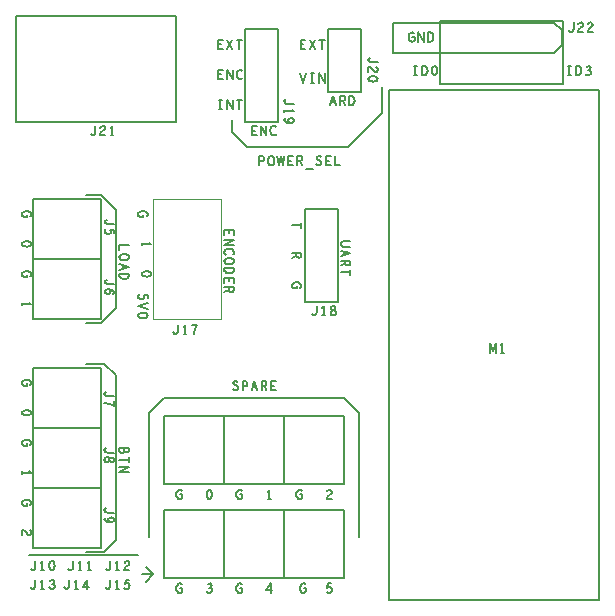
<source format=gto>
G04 ================== begin FILE IDENTIFICATION RECORD ==================*
G04 Layout Name:  E:/Dropbox/Projects/Museum/Bicycle_ver2/allegro/bicycle.brd*
G04 Film Name:    SILK_TOP*
G04 File Format:  Gerber RS274X*
G04 File Origin:  Cadence Allegro 16.6-2015-S061*
G04 Origin Date:  Wed May 31 17:03:46 2017*
G04 *
G04 Layer:  REF DES/SILKSCREEN_TOP*
G04 Layer:  PACKAGE GEOMETRY/SILKSCREEN_TOP*
G04 Layer:  BOARD GEOMETRY/SILKSCREEN_TOP*
G04 *
G04 Offset:    (0.000 0.000)*
G04 Mirror:    No*
G04 Mode:      Positive*
G04 Rotation:  0*
G04 FullContactRelief:  No*
G04 UndefLineWidth:     8.000*
G04 ================== end FILE IDENTIFICATION RECORD ====================*
%FSLAX25Y25*MOIN*%
%IR0*IPPOS*OFA0.00000B0.00000*MIA0B0*SFA1.00000B1.00000*%
%ADD10C,.005*%
%ADD11C,.006*%
%ADD12C,.006102*%
%ADD13C,.004921*%
%ADD14C,.007874*%
G75*
%LPD*%
G75*
G54D10*
G01X-68514Y-80000D02*
X-91348D01*
Y-60000D01*
X-68514D01*
Y-80000D01*
G01Y-60000D02*
X-91348D01*
Y-40000D01*
X-68514D01*
Y-60000D01*
G01Y-40000D02*
X-91348D01*
Y-20000D01*
X-68514D01*
Y-40000D01*
G01Y-3750D02*
X-91348D01*
Y16250D01*
X-68514D01*
Y-3750D01*
G01Y16250D02*
X-91348D01*
Y36250D01*
X-68514D01*
Y16250D01*
G01X-27500Y-67264D02*
Y-90098D01*
X-47500D01*
Y-67264D01*
X-27500D01*
G01Y-36014D02*
Y-58848D01*
X-47500D01*
Y-36014D01*
X-27500D01*
G01X-7500Y-67264D02*
Y-90098D01*
X-27500D01*
Y-67264D01*
X-7500D01*
G01Y-36014D02*
Y-58848D01*
X-27500D01*
Y-36014D01*
X-7500D01*
G01X-9500Y93000D02*
Y62000D01*
X-20500D01*
Y93000D01*
X-9500D01*
G01X12500Y-67264D02*
Y-90098D01*
X-7500D01*
Y-67264D01*
X12500D01*
G01Y-36014D02*
Y-58848D01*
X-7500D01*
Y-36014D01*
X12500D01*
G01X10500Y33000D02*
Y2000D01*
X-500D01*
Y33000D01*
X10500D01*
G01X18000Y93000D02*
Y72000D01*
X7000D01*
Y93000D01*
X18000D01*
G54D11*
G01X-92500Y-82500D02*
X-56250D01*
G01X-73750Y-18750D02*
X-67500D01*
X-63750Y-22500D01*
Y-77500D01*
X-67500Y-81250D01*
X-73750D01*
G01Y37500D02*
X-68750D01*
X-63750Y32500D01*
Y0D01*
X-68750Y-5000D01*
X-73750D01*
G01X-55000Y-88750D02*
X-51250D01*
X-53750Y-86250D01*
G01X-51250Y-88750D02*
X-53750Y-91250D01*
G01X-52500Y-76250D02*
Y-35000D01*
X-47500Y-30000D01*
X12500D01*
X17500Y-35000D01*
Y-76250D01*
G01X-25000Y62500D02*
Y58750D01*
X-20000Y53750D01*
X13750D01*
X25000Y65000D01*
Y73750D01*
G01X27500Y-97500D02*
X97500D01*
Y72500D01*
X27500D01*
Y-97500D01*
G01X35000Y95000D02*
X82500D01*
X85000Y92500D01*
Y87500D01*
X82500Y85000D01*
X28750D01*
Y95000D01*
X35000D01*
G01X44500Y95500D02*
X85500D01*
Y74500D01*
X44500D01*
Y95500D01*
X45000D01*
G54D12*
G01X-92375Y-74183D02*
X-92060Y-74419D01*
X-91903Y-74695D01*
X-91850Y-75010D01*
X-91955Y-75404D01*
X-92218Y-75679D01*
X-92533Y-75758D01*
X-92848Y-75718D01*
X-93110Y-75561D01*
X-93635Y-74774D01*
X-94003Y-74419D01*
X-94528Y-74183D01*
X-95000Y-74104D01*
Y-75758D01*
G01X-93425Y-65167D02*
Y-65955D01*
X-94370D01*
X-94685Y-65718D01*
X-94895Y-65443D01*
X-95000Y-65049D01*
X-94895Y-64656D01*
X-94685Y-64380D01*
X-94370Y-64144D01*
X-94003Y-63986D01*
X-93583Y-63907D01*
X-93215D01*
X-92900Y-63986D01*
X-92533Y-64144D01*
X-92218Y-64380D01*
X-92008Y-64616D01*
X-91850Y-64931D01*
Y-65207D01*
X-91955Y-65522D01*
X-92165Y-65758D01*
G01X-95000Y-54931D02*
X-91850D01*
X-92480Y-54459D01*
G01X-95000D02*
Y-55403D01*
G01X-93425Y-45167D02*
Y-45955D01*
X-94370D01*
X-94685Y-45718D01*
X-94895Y-45443D01*
X-95000Y-45049D01*
X-94895Y-44656D01*
X-94685Y-44380D01*
X-94370Y-44144D01*
X-94003Y-43986D01*
X-93583Y-43907D01*
X-93215D01*
X-92900Y-43986D01*
X-92533Y-44144D01*
X-92218Y-44380D01*
X-92008Y-44616D01*
X-91850Y-44931D01*
Y-45207D01*
X-91955Y-45522D01*
X-92165Y-45758D01*
G01X-91850Y-34931D02*
X-91955Y-34616D01*
X-92218Y-34380D01*
X-92533Y-34222D01*
X-92953Y-34104D01*
X-93425Y-34065D01*
X-93898Y-34104D01*
X-94318Y-34222D01*
X-94633Y-34380D01*
X-94895Y-34616D01*
X-95000Y-34931D01*
X-94895Y-35246D01*
X-94633Y-35482D01*
X-94318Y-35640D01*
X-93898Y-35758D01*
X-93425Y-35797D01*
X-92953Y-35758D01*
X-92533Y-35640D01*
X-92218Y-35482D01*
X-91955Y-35246D01*
X-91850Y-34931D01*
G01X-93425Y-25167D02*
Y-25955D01*
X-94370D01*
X-94685Y-25718D01*
X-94895Y-25443D01*
X-95000Y-25049D01*
X-94895Y-24656D01*
X-94685Y-24380D01*
X-94370Y-24144D01*
X-94003Y-23986D01*
X-93583Y-23907D01*
X-93215D01*
X-92900Y-23986D01*
X-92533Y-24144D01*
X-92218Y-24380D01*
X-92008Y-24616D01*
X-91850Y-24931D01*
Y-25207D01*
X-91955Y-25522D01*
X-92165Y-25758D01*
G01X-95000Y1319D02*
X-91850D01*
X-92480Y1791D01*
G01X-95000D02*
Y846D01*
G01X-93425Y11083D02*
Y10295D01*
X-94370D01*
X-94685Y10532D01*
X-94895Y10807D01*
X-95000Y11201D01*
X-94895Y11594D01*
X-94685Y11870D01*
X-94370Y12106D01*
X-94003Y12264D01*
X-93583Y12343D01*
X-93215D01*
X-92900Y12264D01*
X-92533Y12106D01*
X-92218Y11870D01*
X-92008Y11634D01*
X-91850Y11319D01*
Y11043D01*
X-91955Y10728D01*
X-92165Y10492D01*
G01X-91850Y21319D02*
X-91955Y21634D01*
X-92218Y21870D01*
X-92533Y22028D01*
X-92953Y22146D01*
X-93425Y22185D01*
X-93898Y22146D01*
X-94318Y22028D01*
X-94633Y21870D01*
X-94895Y21634D01*
X-95000Y21319D01*
X-94895Y21004D01*
X-94633Y20768D01*
X-94318Y20610D01*
X-93898Y20492D01*
X-93425Y20453D01*
X-92953Y20492D01*
X-92533Y20610D01*
X-92218Y20768D01*
X-91955Y21004D01*
X-91850Y21319D01*
G01X-93425Y31083D02*
Y30295D01*
X-94370D01*
X-94685Y30532D01*
X-94895Y30807D01*
X-95000Y31201D01*
X-94895Y31594D01*
X-94685Y31870D01*
X-94370Y32106D01*
X-94003Y32264D01*
X-93583Y32343D01*
X-93215D01*
X-92900Y32264D01*
X-92533Y32106D01*
X-92218Y31870D01*
X-92008Y31634D01*
X-91850Y31319D01*
Y31043D01*
X-91955Y30728D01*
X-92165Y30492D01*
G01X-92106Y-93120D02*
X-91909Y-93435D01*
X-91673Y-93645D01*
X-91398Y-93750D01*
X-91083Y-93645D01*
X-90847Y-93435D01*
X-90610Y-93120D01*
X-90532Y-92700D01*
Y-90600D01*
G01X-88150Y-93750D02*
Y-90600D01*
X-88622Y-91230D01*
G01Y-93750D02*
X-87677D01*
G01X-85846Y-93120D02*
X-85610Y-93488D01*
X-85295Y-93698D01*
X-84941Y-93750D01*
X-84626Y-93698D01*
X-84311Y-93435D01*
X-84114Y-93120D01*
X-84075Y-92805D01*
X-84154Y-92438D01*
X-84429Y-92175D01*
X-84705Y-92070D01*
X-85059D01*
G01X-84705D02*
X-84468Y-91913D01*
X-84272Y-91650D01*
X-84193Y-91335D01*
X-84272Y-91020D01*
X-84468Y-90758D01*
X-84823Y-90600D01*
X-85177Y-90653D01*
X-85532Y-90863D01*
G01X-92106Y-86870D02*
X-91909Y-87185D01*
X-91673Y-87395D01*
X-91398Y-87500D01*
X-91083Y-87395D01*
X-90847Y-87185D01*
X-90610Y-86870D01*
X-90532Y-86450D01*
Y-84350D01*
G01X-88150Y-87500D02*
Y-84350D01*
X-88622Y-84980D01*
G01Y-87500D02*
X-87677D01*
G01X-84980Y-84350D02*
X-85295Y-84455D01*
X-85532Y-84718D01*
X-85689Y-85033D01*
X-85807Y-85453D01*
X-85846Y-85925D01*
X-85807Y-86398D01*
X-85689Y-86818D01*
X-85532Y-87133D01*
X-85295Y-87395D01*
X-84980Y-87500D01*
X-84665Y-87395D01*
X-84429Y-87133D01*
X-84272Y-86818D01*
X-84154Y-86398D01*
X-84114Y-85925D01*
X-84154Y-85453D01*
X-84272Y-85033D01*
X-84429Y-84718D01*
X-84665Y-84455D01*
X-84980Y-84350D01*
G01X-80856Y-93120D02*
X-80659Y-93435D01*
X-80423Y-93645D01*
X-80148Y-93750D01*
X-79833Y-93645D01*
X-79596Y-93435D01*
X-79360Y-93120D01*
X-79282Y-92700D01*
Y-90600D01*
G01X-76900Y-93750D02*
Y-90600D01*
X-77372Y-91230D01*
G01Y-93750D02*
X-76427D01*
G01X-73258D02*
Y-90600D01*
X-74715Y-92858D01*
X-72746D01*
G01X-79606Y-86870D02*
X-79409Y-87185D01*
X-79173Y-87395D01*
X-78898Y-87500D01*
X-78583Y-87395D01*
X-78347Y-87185D01*
X-78110Y-86870D01*
X-78032Y-86450D01*
Y-84350D01*
G01X-75650Y-87500D02*
Y-84350D01*
X-76122Y-84980D01*
G01Y-87500D02*
X-75177D01*
G01X-72480D02*
Y-84350D01*
X-72953Y-84980D01*
G01Y-87500D02*
X-72008D01*
G01X-72106Y58130D02*
X-71909Y57815D01*
X-71673Y57605D01*
X-71398Y57500D01*
X-71083Y57605D01*
X-70846Y57815D01*
X-70610Y58130D01*
X-70532Y58550D01*
Y60650D01*
G01X-68898Y60125D02*
X-68661Y60440D01*
X-68386Y60597D01*
X-68071Y60650D01*
X-67677Y60545D01*
X-67402Y60282D01*
X-67323Y59967D01*
X-67362Y59652D01*
X-67520Y59390D01*
X-68307Y58865D01*
X-68661Y58497D01*
X-68898Y57972D01*
X-68976Y57500D01*
X-67323D01*
G01X-64980D02*
Y60650D01*
X-65453Y60020D01*
G01Y57500D02*
X-64508D01*
G01X-67106Y-93120D02*
X-66909Y-93435D01*
X-66673Y-93645D01*
X-66398Y-93750D01*
X-66083Y-93645D01*
X-65847Y-93435D01*
X-65610Y-93120D01*
X-65532Y-92700D01*
Y-90600D01*
G01X-63150Y-93750D02*
Y-90600D01*
X-63622Y-91230D01*
G01Y-93750D02*
X-62677D01*
G01X-60846Y-93278D02*
X-60610Y-93540D01*
X-60335Y-93698D01*
X-59980Y-93750D01*
X-59626Y-93645D01*
X-59350Y-93435D01*
X-59154Y-93068D01*
X-59114Y-92648D01*
X-59193Y-92228D01*
X-59390Y-91965D01*
X-59665Y-91755D01*
X-59941Y-91703D01*
X-60216Y-91755D01*
X-60571Y-91965D01*
X-60453Y-90600D01*
X-59390D01*
G01X-67106Y-86870D02*
X-66909Y-87185D01*
X-66673Y-87395D01*
X-66398Y-87500D01*
X-66083Y-87395D01*
X-65847Y-87185D01*
X-65610Y-86870D01*
X-65532Y-86450D01*
Y-84350D01*
G01X-63150Y-87500D02*
Y-84350D01*
X-63622Y-84980D01*
G01Y-87500D02*
X-62677D01*
G01X-60728Y-84875D02*
X-60492Y-84560D01*
X-60216Y-84403D01*
X-59902Y-84350D01*
X-59508Y-84455D01*
X-59232Y-84718D01*
X-59154Y-85033D01*
X-59193Y-85348D01*
X-59350Y-85610D01*
X-60138Y-86135D01*
X-60492Y-86503D01*
X-60728Y-87028D01*
X-60807Y-87500D01*
X-59154D01*
G01X-66870Y-66644D02*
X-67185Y-66841D01*
X-67395Y-67077D01*
X-67500Y-67352D01*
X-67395Y-67667D01*
X-67185Y-67904D01*
X-66870Y-68140D01*
X-66450Y-68218D01*
X-64350D01*
G01X-67133Y-69931D02*
X-67395Y-70207D01*
X-67500Y-70522D01*
X-67395Y-70837D01*
X-67080Y-71112D01*
X-66608Y-71309D01*
X-66135Y-71388D01*
X-65558D01*
X-65085Y-71309D01*
X-64665Y-71112D01*
X-64455Y-70876D01*
X-64350Y-70600D01*
X-64455Y-70285D01*
X-64665Y-70049D01*
X-64980Y-69892D01*
X-65400Y-69813D01*
X-65768Y-69892D01*
X-66135Y-70089D01*
X-66345Y-70325D01*
X-66398Y-70600D01*
X-66293Y-70915D01*
X-66030Y-71152D01*
X-65558Y-71388D01*
G01X-66870Y-46644D02*
X-67185Y-46841D01*
X-67395Y-47077D01*
X-67500Y-47352D01*
X-67395Y-47667D01*
X-67185Y-47904D01*
X-66870Y-48140D01*
X-66450Y-48218D01*
X-64350D01*
G01X-67500Y-50600D02*
X-67448Y-50876D01*
X-67290Y-51191D01*
X-67028Y-51388D01*
X-66660Y-51466D01*
X-66293Y-51388D01*
X-65978Y-51152D01*
X-65820Y-50797D01*
Y-50404D01*
X-65715Y-50167D01*
X-65453Y-49970D01*
X-65085Y-49892D01*
X-64718Y-50010D01*
X-64455Y-50285D01*
X-64350Y-50600D01*
X-64455Y-50915D01*
X-64718Y-51191D01*
X-65085Y-51309D01*
X-65453Y-51230D01*
X-65715Y-51034D01*
X-65820Y-50797D01*
Y-50404D01*
X-65978Y-50049D01*
X-66293Y-49813D01*
X-66660Y-49734D01*
X-67028Y-49813D01*
X-67290Y-50010D01*
X-67448Y-50325D01*
X-67500Y-50600D01*
G01X-66870Y-27894D02*
X-67185Y-28091D01*
X-67395Y-28327D01*
X-67500Y-28602D01*
X-67395Y-28917D01*
X-67185Y-29154D01*
X-66870Y-29390D01*
X-66450Y-29469D01*
X-64350D01*
G01X-67500Y-31772D02*
X-66818Y-31850D01*
X-66240Y-31968D01*
X-65715Y-32126D01*
X-65138Y-32323D01*
X-64350Y-32638D01*
Y-31063D01*
G01X-66787Y9406D02*
X-67102Y9209D01*
X-67312Y8973D01*
X-67416Y8698D01*
X-67312Y8383D01*
X-67102Y8147D01*
X-66787Y7910D01*
X-66367Y7832D01*
X-64267D01*
G01X-66104Y6198D02*
X-65737Y5922D01*
X-65527Y5686D01*
X-65422Y5371D01*
X-65527Y5095D01*
X-65737Y4898D01*
X-66052Y4741D01*
X-66419Y4702D01*
X-66734Y4741D01*
X-67049Y4898D01*
X-67312Y5135D01*
X-67416Y5410D01*
X-67312Y5725D01*
X-66997Y6001D01*
X-66524Y6158D01*
X-65999Y6198D01*
X-65317Y6119D01*
X-64949Y6001D01*
X-64582Y5804D01*
X-64319Y5528D01*
X-64267Y5253D01*
X-64372Y4977D01*
X-64634Y4780D01*
G01X-66787Y29406D02*
X-67102Y29209D01*
X-67312Y28973D01*
X-67416Y28698D01*
X-67312Y28383D01*
X-67102Y28146D01*
X-66787Y27910D01*
X-66367Y27831D01*
X-64267D01*
G01X-66944Y26316D02*
X-67207Y26080D01*
X-67364Y25804D01*
X-67416Y25450D01*
X-67312Y25095D01*
X-67102Y24820D01*
X-66734Y24623D01*
X-66314Y24584D01*
X-65894Y24662D01*
X-65632Y24859D01*
X-65422Y25135D01*
X-65369Y25410D01*
X-65422Y25686D01*
X-65632Y26040D01*
X-64267Y25922D01*
Y24859D01*
G01X-60820Y-47746D02*
X-60663Y-47904D01*
X-60400Y-48022D01*
X-60033Y-48100D01*
X-59718Y-48022D01*
X-59508Y-47864D01*
X-59350Y-47589D01*
Y-46526D01*
X-62500D01*
Y-47825D01*
X-62290Y-48100D01*
X-61975Y-48258D01*
X-61608Y-48337D01*
X-61240Y-48258D01*
X-60925Y-48022D01*
X-60820Y-47746D01*
Y-46526D01*
G01X-59350Y-50600D02*
X-62500D01*
G01X-59350Y-49695D02*
Y-51506D01*
G01X-62500Y-52864D02*
X-59350D01*
X-62500Y-54675D01*
X-59350D01*
G01X-55778Y4685D02*
X-56040Y4449D01*
X-56198Y4173D01*
X-56250Y3819D01*
X-56145Y3464D01*
X-55935Y3189D01*
X-55568Y2992D01*
X-55148Y2953D01*
X-54728Y3032D01*
X-54465Y3228D01*
X-54255Y3504D01*
X-54203Y3780D01*
X-54255Y4055D01*
X-54465Y4409D01*
X-53100Y4291D01*
Y3228D01*
G01Y1634D02*
X-56250Y650D01*
X-53100Y-335D01*
G01Y-2520D02*
X-53205Y-2205D01*
X-53468Y-1968D01*
X-53783Y-1811D01*
X-54203Y-1693D01*
X-54675Y-1654D01*
X-55148Y-1693D01*
X-55568Y-1811D01*
X-55883Y-1968D01*
X-56145Y-2205D01*
X-56250Y-2520D01*
X-56145Y-2835D01*
X-55883Y-3071D01*
X-55568Y-3228D01*
X-55148Y-3346D01*
X-54675Y-3386D01*
X-54203Y-3346D01*
X-53783Y-3228D01*
X-53468Y-3071D01*
X-53205Y-2835D01*
X-53100Y-2520D01*
G01X-59350Y20856D02*
X-62500D01*
Y19282D01*
G01Y16900D02*
X-62448Y17215D01*
X-62238Y17490D01*
X-61923Y17726D01*
X-61555Y17884D01*
X-61135Y17963D01*
X-60715D01*
X-60295Y17884D01*
X-59928Y17726D01*
X-59613Y17490D01*
X-59403Y17215D01*
X-59350Y16900D01*
X-59403Y16585D01*
X-59613Y16309D01*
X-59928Y16073D01*
X-60295Y15915D01*
X-60715Y15837D01*
X-61135D01*
X-61555Y15915D01*
X-61923Y16073D01*
X-62238Y16309D01*
X-62448Y16585D01*
X-62500Y16900D01*
G01Y14715D02*
X-59350Y13730D01*
X-62500Y12746D01*
G01X-61398Y13100D02*
Y14360D01*
G01X-62500Y11427D02*
X-59350D01*
Y10640D01*
X-59508Y10325D01*
X-59718Y10089D01*
X-60033Y9892D01*
X-60400Y9734D01*
X-60925Y9695D01*
X-61450Y9734D01*
X-61818Y9892D01*
X-62133Y10089D01*
X-62343Y10325D01*
X-62500Y10640D01*
Y11427D01*
G01X-54675Y31083D02*
Y30295D01*
X-55620D01*
X-55935Y30532D01*
X-56145Y30807D01*
X-56250Y31201D01*
X-56145Y31594D01*
X-55935Y31870D01*
X-55620Y32106D01*
X-55253Y32264D01*
X-54833Y32343D01*
X-54465D01*
X-54150Y32264D01*
X-53783Y32106D01*
X-53468Y31870D01*
X-53258Y31634D01*
X-53100Y31319D01*
Y31043D01*
X-53205Y30728D01*
X-53415Y30492D01*
G01X-51850Y11319D02*
X-51955Y11634D01*
X-52218Y11870D01*
X-52533Y12028D01*
X-52953Y12146D01*
X-53425Y12185D01*
X-53898Y12146D01*
X-54318Y12028D01*
X-54633Y11870D01*
X-54895Y11634D01*
X-55000Y11319D01*
X-54895Y11004D01*
X-54633Y10768D01*
X-54318Y10610D01*
X-53898Y10492D01*
X-53425Y10453D01*
X-52953Y10492D01*
X-52533Y10610D01*
X-52218Y10768D01*
X-51955Y11004D01*
X-51850Y11319D01*
G01X-55000Y21319D02*
X-51850D01*
X-52480Y21791D01*
G01X-55000D02*
Y20846D01*
G01X-42333Y-93425D02*
X-41545D01*
Y-94370D01*
X-41782Y-94685D01*
X-42057Y-94895D01*
X-42451Y-95000D01*
X-42844Y-94895D01*
X-43120Y-94685D01*
X-43356Y-94370D01*
X-43514Y-94003D01*
X-43593Y-93583D01*
Y-93215D01*
X-43514Y-92900D01*
X-43356Y-92533D01*
X-43120Y-92218D01*
X-42884Y-92008D01*
X-42569Y-91850D01*
X-42293D01*
X-41978Y-91955D01*
X-41742Y-92165D01*
G01X-42333Y-62175D02*
X-41545D01*
Y-63120D01*
X-41782Y-63435D01*
X-42057Y-63645D01*
X-42451Y-63750D01*
X-42844Y-63645D01*
X-43120Y-63435D01*
X-43356Y-63120D01*
X-43514Y-62753D01*
X-43593Y-62333D01*
Y-61965D01*
X-43514Y-61650D01*
X-43356Y-61283D01*
X-43120Y-60968D01*
X-42884Y-60758D01*
X-42569Y-60600D01*
X-42293D01*
X-41978Y-60705D01*
X-41742Y-60915D01*
G01X-44606Y-8120D02*
X-44409Y-8435D01*
X-44173Y-8645D01*
X-43898Y-8750D01*
X-43583Y-8645D01*
X-43346Y-8435D01*
X-43110Y-8120D01*
X-43032Y-7700D01*
Y-5600D01*
G01X-40650Y-8750D02*
Y-5600D01*
X-41122Y-6230D01*
G01Y-8750D02*
X-40177D01*
G01X-37559D02*
X-37480Y-8068D01*
X-37362Y-7490D01*
X-37205Y-6965D01*
X-37008Y-6388D01*
X-36693Y-5600D01*
X-38268D01*
G01X-33435Y-94370D02*
X-33199Y-94738D01*
X-32884Y-94948D01*
X-32530Y-95000D01*
X-32214Y-94948D01*
X-31900Y-94685D01*
X-31703Y-94370D01*
X-31663Y-94055D01*
X-31742Y-93688D01*
X-32018Y-93425D01*
X-32293Y-93320D01*
X-32648D01*
G01X-32293D02*
X-32057Y-93163D01*
X-31860Y-92900D01*
X-31782Y-92585D01*
X-31860Y-92270D01*
X-32057Y-92008D01*
X-32411Y-91850D01*
X-32766Y-91903D01*
X-33120Y-92113D01*
G01X-32569Y-60600D02*
X-32884Y-60705D01*
X-33120Y-60968D01*
X-33278Y-61283D01*
X-33396Y-61703D01*
X-33435Y-62175D01*
X-33396Y-62648D01*
X-33278Y-63068D01*
X-33120Y-63383D01*
X-32884Y-63645D01*
X-32569Y-63750D01*
X-32254Y-63645D01*
X-32018Y-63383D01*
X-31860Y-63068D01*
X-31742Y-62648D01*
X-31703Y-62175D01*
X-31742Y-61703D01*
X-31860Y-61283D01*
X-32018Y-60968D01*
X-32254Y-60705D01*
X-32569Y-60600D01*
G01X-27500Y24282D02*
Y25856D01*
X-24350D01*
Y24282D01*
G01X-25873Y24911D02*
Y25856D01*
G01X-27500Y22805D02*
X-24350D01*
X-27500Y20994D01*
X-24350D01*
G01X-24613Y17864D02*
X-24455Y18100D01*
X-24350Y18376D01*
Y18691D01*
X-24508Y19045D01*
X-24770Y19321D01*
X-25085Y19518D01*
X-25610Y19675D01*
X-26083Y19715D01*
X-26555Y19636D01*
X-26870Y19518D01*
X-27185Y19282D01*
X-27395Y19006D01*
X-27500Y18730D01*
Y18455D01*
X-27395Y18179D01*
X-27238Y17943D01*
X-27028Y17746D01*
G01X-27500Y15561D02*
X-27448Y15876D01*
X-27238Y16152D01*
X-26923Y16388D01*
X-26555Y16545D01*
X-26135Y16624D01*
X-25715D01*
X-25295Y16545D01*
X-24928Y16388D01*
X-24613Y16152D01*
X-24403Y15876D01*
X-24350Y15561D01*
X-24403Y15246D01*
X-24613Y14970D01*
X-24928Y14734D01*
X-25295Y14577D01*
X-25715Y14498D01*
X-26135D01*
X-26555Y14577D01*
X-26923Y14734D01*
X-27238Y14970D01*
X-27448Y15246D01*
X-27500Y15561D01*
G01Y13258D02*
X-24350D01*
Y12470D01*
X-24508Y12156D01*
X-24718Y11919D01*
X-25033Y11722D01*
X-25400Y11565D01*
X-25925Y11526D01*
X-26450Y11565D01*
X-26818Y11722D01*
X-27133Y11919D01*
X-27343Y12156D01*
X-27500Y12470D01*
Y13258D01*
G01Y8435D02*
Y10010D01*
X-24350D01*
Y8435D01*
G01X-25873Y9065D02*
Y10010D01*
G01X-27500Y6841D02*
X-24350D01*
Y5856D01*
X-24508Y5541D01*
X-24718Y5344D01*
X-25138Y5266D01*
X-25558Y5344D01*
X-25820Y5581D01*
X-25978Y5856D01*
Y6841D01*
G01Y5856D02*
X-27500Y5266D01*
G01X-29291Y69400D02*
X-28346D01*
G01X-28819D02*
Y66250D01*
G01X-29291D02*
X-28346D01*
G01X-26555D02*
Y69400D01*
X-24744Y66250D01*
Y69400D01*
G01X-22480D02*
Y66250D01*
G01X-23386Y69400D02*
X-21575D01*
G01X-28031Y76250D02*
X-29606D01*
Y79400D01*
X-28031D01*
G01X-28661Y77877D02*
X-29606D01*
G01X-26555Y76250D02*
Y79400D01*
X-24744Y76250D01*
Y79400D01*
G01X-21614Y79137D02*
X-21850Y79295D01*
X-22126Y79400D01*
X-22441D01*
X-22795Y79242D01*
X-23071Y78980D01*
X-23268Y78665D01*
X-23425Y78140D01*
X-23465Y77667D01*
X-23386Y77195D01*
X-23268Y76880D01*
X-23032Y76565D01*
X-22756Y76355D01*
X-22480Y76250D01*
X-22205D01*
X-21929Y76355D01*
X-21693Y76512D01*
X-21496Y76722D01*
G01X-28031Y86250D02*
X-29606D01*
Y89400D01*
X-28031D01*
G01X-28661Y87877D02*
X-29606D01*
G01X-26476Y86250D02*
X-24823Y89400D01*
G01X-26476D02*
X-24823Y86250D01*
G01X-22480Y89400D02*
Y86250D01*
G01X-23386Y89400D02*
X-21575D01*
G01X-22333Y-93425D02*
X-21545D01*
Y-94370D01*
X-21782Y-94685D01*
X-22057Y-94895D01*
X-22451Y-95000D01*
X-22844Y-94895D01*
X-23120Y-94685D01*
X-23356Y-94370D01*
X-23514Y-94003D01*
X-23593Y-93583D01*
Y-93215D01*
X-23514Y-92900D01*
X-23356Y-92533D01*
X-23120Y-92218D01*
X-22884Y-92008D01*
X-22569Y-91850D01*
X-22293D01*
X-21978Y-91955D01*
X-21742Y-92165D01*
G01X-22333Y-62175D02*
X-21545D01*
Y-63120D01*
X-21782Y-63435D01*
X-22057Y-63645D01*
X-22451Y-63750D01*
X-22844Y-63645D01*
X-23120Y-63435D01*
X-23356Y-63120D01*
X-23514Y-62753D01*
X-23593Y-62333D01*
Y-61965D01*
X-23514Y-61650D01*
X-23356Y-61283D01*
X-23120Y-60968D01*
X-22884Y-60758D01*
X-22569Y-60600D01*
X-22293D01*
X-21978Y-60705D01*
X-21742Y-60915D01*
G01X-24646Y-27080D02*
X-24331Y-27343D01*
X-23976Y-27500D01*
X-23661D01*
X-23346Y-27343D01*
X-23110Y-27080D01*
X-22992Y-26713D01*
X-23071Y-26345D01*
X-23268Y-26030D01*
X-23622Y-25820D01*
X-24094Y-25715D01*
X-24370Y-25505D01*
X-24488Y-25138D01*
X-24409Y-24770D01*
X-24213Y-24508D01*
X-23937Y-24350D01*
X-23661D01*
X-23386Y-24455D01*
X-23150Y-24718D01*
G01X-21437Y-27500D02*
Y-24350D01*
X-20492D01*
X-20177Y-24508D01*
X-19941Y-24875D01*
X-19862Y-25295D01*
X-19941Y-25715D01*
X-20138Y-26030D01*
X-20492Y-26188D01*
X-21437D01*
G01X-18465Y-27500D02*
X-17480Y-24350D01*
X-16496Y-27500D01*
G01X-16850Y-26398D02*
X-18110D01*
G01X-15098Y-27500D02*
Y-24350D01*
X-14114D01*
X-13799Y-24508D01*
X-13602Y-24718D01*
X-13524Y-25138D01*
X-13602Y-25558D01*
X-13839Y-25820D01*
X-14114Y-25978D01*
X-15098D01*
G01X-14114D02*
X-13524Y-27500D01*
G01X-10354D02*
X-11929D01*
Y-24350D01*
X-10354D01*
G01X-10984Y-25873D02*
X-11929D01*
G01X-16782Y57500D02*
X-18356D01*
Y60650D01*
X-16782D01*
G01X-17411Y59127D02*
X-18356D01*
G01X-15305Y57500D02*
Y60650D01*
X-13494Y57500D01*
Y60650D01*
G01X-10364Y60387D02*
X-10600Y60545D01*
X-10876Y60650D01*
X-11191D01*
X-11545Y60492D01*
X-11821Y60230D01*
X-12018Y59915D01*
X-12175Y59390D01*
X-12215Y58917D01*
X-12136Y58445D01*
X-12018Y58130D01*
X-11782Y57815D01*
X-11506Y57605D01*
X-11230Y57500D01*
X-10955D01*
X-10679Y57605D01*
X-10443Y57762D01*
X-10246Y57972D01*
G01X-12096Y-95000D02*
Y-91850D01*
X-13553Y-94108D01*
X-11585D01*
G01X-12569Y-63750D02*
Y-60600D01*
X-13041Y-61230D01*
G01Y-63750D02*
X-12096D01*
G01X-15856Y47500D02*
Y50650D01*
X-14911D01*
X-14597Y50492D01*
X-14360Y50125D01*
X-14282Y49705D01*
X-14360Y49285D01*
X-14557Y48970D01*
X-14911Y48812D01*
X-15856D01*
G01X-11900Y47500D02*
X-12215Y47552D01*
X-12490Y47762D01*
X-12726Y48077D01*
X-12884Y48445D01*
X-12963Y48865D01*
Y49285D01*
X-12884Y49705D01*
X-12726Y50072D01*
X-12490Y50387D01*
X-12215Y50597D01*
X-11900Y50650D01*
X-11585Y50597D01*
X-11309Y50387D01*
X-11073Y50072D01*
X-10915Y49705D01*
X-10837Y49285D01*
Y48865D01*
X-10915Y48445D01*
X-11073Y48077D01*
X-11309Y47762D01*
X-11585Y47552D01*
X-11900Y47500D01*
G01X-9911Y50650D02*
X-9360Y47500D01*
X-8730Y50650D01*
X-8100Y47500D01*
X-7549Y50650D01*
G01X-4774Y47500D02*
X-6348D01*
Y50650D01*
X-4774D01*
G01X-5404Y49127D02*
X-6348D01*
G01X-3179Y47500D02*
Y50650D01*
X-2195D01*
X-1880Y50492D01*
X-1683Y50282D01*
X-1604Y49862D01*
X-1683Y49442D01*
X-1919Y49180D01*
X-2195Y49022D01*
X-3179D01*
G01X-2195D02*
X-1604Y47500D01*
G01X-404Y46450D02*
X1959D01*
G01X3120Y47920D02*
X3435Y47657D01*
X3789Y47500D01*
X4104D01*
X4419Y47657D01*
X4656Y47920D01*
X4774Y48287D01*
X4695Y48655D01*
X4498Y48970D01*
X4144Y49180D01*
X3671Y49285D01*
X3396Y49495D01*
X3278Y49862D01*
X3356Y50230D01*
X3553Y50492D01*
X3829Y50650D01*
X4104D01*
X4380Y50545D01*
X4616Y50282D01*
G01X7904Y47500D02*
X6329D01*
Y50650D01*
X7904D01*
G01X7274Y49127D02*
X6329D01*
G01X9498Y50650D02*
Y47500D01*
X11073D01*
G01X-2333Y-62175D02*
X-1545D01*
Y-63120D01*
X-1782Y-63435D01*
X-2057Y-63645D01*
X-2451Y-63750D01*
X-2844Y-63645D01*
X-3120Y-63435D01*
X-3356Y-63120D01*
X-3514Y-62753D01*
X-3593Y-62333D01*
Y-61965D01*
X-3514Y-61650D01*
X-3356Y-61283D01*
X-3120Y-60968D01*
X-2884Y-60758D01*
X-2569Y-60600D01*
X-2293D01*
X-1978Y-60705D01*
X-1742Y-60915D01*
G01X-3425Y7333D02*
Y6545D01*
X-4370D01*
X-4685Y6782D01*
X-4895Y7057D01*
X-5000Y7451D01*
X-4895Y7844D01*
X-4685Y8120D01*
X-4370Y8356D01*
X-4003Y8514D01*
X-3583Y8593D01*
X-3215D01*
X-2900Y8514D01*
X-2533Y8356D01*
X-2218Y8120D01*
X-2008Y7884D01*
X-1850Y7569D01*
Y7293D01*
X-1955Y6978D01*
X-2165Y6742D01*
G01X-5000Y18356D02*
X-1850D01*
Y17372D01*
X-2008Y17057D01*
X-2218Y16860D01*
X-2638Y16782D01*
X-3058Y16860D01*
X-3320Y17096D01*
X-3478Y17372D01*
Y18356D01*
G01Y17372D02*
X-5000Y16782D01*
G01X-1850Y27569D02*
X-5000D01*
G01X-1850Y28474D02*
Y26663D01*
G01X-6870Y69606D02*
X-7185Y69409D01*
X-7395Y69173D01*
X-7500Y68898D01*
X-7395Y68583D01*
X-7185Y68347D01*
X-6870Y68110D01*
X-6450Y68032D01*
X-4350D01*
G01X-7500Y65650D02*
X-4350D01*
X-4980Y66122D01*
G01X-7500D02*
Y65177D01*
G01X-7133Y63150D02*
X-7395Y62874D01*
X-7500Y62559D01*
X-7395Y62244D01*
X-7080Y61968D01*
X-6608Y61772D01*
X-6135Y61693D01*
X-5558D01*
X-5085Y61772D01*
X-4665Y61968D01*
X-4455Y62205D01*
X-4350Y62480D01*
X-4455Y62795D01*
X-4665Y63032D01*
X-4980Y63189D01*
X-5400Y63268D01*
X-5768Y63189D01*
X-6135Y62992D01*
X-6345Y62756D01*
X-6398Y62480D01*
X-6293Y62165D01*
X-6030Y61929D01*
X-5558Y61693D01*
G01X-1083Y-93425D02*
X-295D01*
Y-94370D01*
X-532Y-94685D01*
X-807Y-94895D01*
X-1201Y-95000D01*
X-1594Y-94895D01*
X-1870Y-94685D01*
X-2106Y-94370D01*
X-2264Y-94003D01*
X-2343Y-93583D01*
Y-93215D01*
X-2264Y-92900D01*
X-2106Y-92533D01*
X-1870Y-92218D01*
X-1634Y-92008D01*
X-1319Y-91850D01*
X-1043D01*
X-728Y-91955D01*
X-492Y-92165D01*
G01X1644Y-1870D02*
X1841Y-2185D01*
X2077Y-2395D01*
X2352Y-2500D01*
X2667Y-2395D01*
X2904Y-2185D01*
X3140Y-1870D01*
X3219Y-1450D01*
Y650D01*
G01X5600Y-2500D02*
Y650D01*
X5128Y20D01*
G01Y-2500D02*
X6073D01*
G01X8770D02*
X9045Y-2448D01*
X9360Y-2290D01*
X9557Y-2028D01*
X9636Y-1660D01*
X9557Y-1293D01*
X9321Y-978D01*
X8966Y-820D01*
X8573D01*
X8337Y-715D01*
X8140Y-453D01*
X8061Y-85D01*
X8179Y282D01*
X8455Y545D01*
X8770Y650D01*
X9085Y545D01*
X9360Y282D01*
X9478Y-85D01*
X9400Y-453D01*
X9203Y-715D01*
X8966Y-820D01*
X8573D01*
X8218Y-978D01*
X7982Y-1293D01*
X7904Y-1660D01*
X7982Y-2028D01*
X8179Y-2290D01*
X8494Y-2448D01*
X8770Y-2500D01*
G01X-2303Y78150D02*
X-1319Y75000D01*
X-335Y78150D01*
G01X1378D02*
X2323D01*
G01X1850D02*
Y75000D01*
G01X1378D02*
X2323D01*
G01X4114D02*
Y78150D01*
X5925Y75000D01*
Y78150D01*
G01X-532Y86250D02*
X-2106D01*
Y89400D01*
X-532D01*
G01X-1161Y87877D02*
X-2106D01*
G01X1024Y86250D02*
X2677Y89400D01*
G01X1024D02*
X2677Y86250D01*
G01X5020Y89400D02*
Y86250D01*
G01X4114Y89400D02*
X5925D01*
G01X6565Y-94528D02*
X6801Y-94790D01*
X7077Y-94948D01*
X7431Y-95000D01*
X7786Y-94895D01*
X8061Y-94685D01*
X8258Y-94318D01*
X8297Y-93898D01*
X8218Y-93478D01*
X8022Y-93215D01*
X7746Y-93005D01*
X7470Y-92953D01*
X7195Y-93005D01*
X6841Y-93215D01*
X6959Y-91850D01*
X8022D01*
G01X6683Y-61125D02*
X6919Y-60810D01*
X7195Y-60653D01*
X7510Y-60600D01*
X7903Y-60705D01*
X8179Y-60968D01*
X8258Y-61283D01*
X8218Y-61598D01*
X8061Y-61860D01*
X7274Y-62385D01*
X6919Y-62753D01*
X6683Y-63278D01*
X6604Y-63750D01*
X8258D01*
G01X14400Y22185D02*
X12142D01*
X11670Y22028D01*
X11355Y21713D01*
X11250Y21319D01*
X11355Y20925D01*
X11670Y20610D01*
X12142Y20453D01*
X14400D01*
G01X11250Y19134D02*
X14400Y18150D01*
X11250Y17165D01*
G01X12352Y17520D02*
Y18780D01*
G01X11250Y15768D02*
X14400D01*
Y14784D01*
X14242Y14468D01*
X14032Y14272D01*
X13612Y14193D01*
X13192Y14272D01*
X12930Y14508D01*
X12772Y14784D01*
Y15768D01*
G01Y14784D02*
X11250Y14193D01*
G01X14400Y11811D02*
X11250D01*
G01X14400Y12716D02*
Y10906D01*
G01X7697Y67500D02*
X8681Y70650D01*
X9665Y67500D01*
G01X9311Y68602D02*
X8051D01*
G01X11063Y67500D02*
Y70650D01*
X12047D01*
X12362Y70492D01*
X12559Y70282D01*
X12638Y69862D01*
X12559Y69442D01*
X12323Y69180D01*
X12047Y69022D01*
X11063D01*
G01X12047D02*
X12638Y67500D01*
G01X14154D02*
Y70650D01*
X14941D01*
X15256Y70492D01*
X15492Y70282D01*
X15689Y69967D01*
X15846Y69600D01*
X15886Y69075D01*
X15846Y68550D01*
X15689Y68182D01*
X15492Y67867D01*
X15256Y67657D01*
X14941Y67500D01*
X14154D01*
G01X21063Y83456D02*
X20748Y83259D01*
X20538Y83023D01*
X20433Y82748D01*
X20538Y82433D01*
X20748Y82196D01*
X21063Y81960D01*
X21483Y81882D01*
X23583D01*
G01X23058Y80248D02*
X23373Y80011D01*
X23530Y79736D01*
X23583Y79421D01*
X23478Y79027D01*
X23215Y78752D01*
X22900Y78673D01*
X22585Y78712D01*
X22323Y78870D01*
X21798Y79657D01*
X21430Y80011D01*
X20905Y80248D01*
X20433Y80326D01*
Y78673D01*
G01X23583Y76330D02*
X23478Y76645D01*
X23215Y76882D01*
X22900Y77039D01*
X22480Y77157D01*
X22008Y77196D01*
X21535Y77157D01*
X21115Y77039D01*
X20800Y76882D01*
X20538Y76645D01*
X20433Y76330D01*
X20538Y76015D01*
X20800Y75779D01*
X21115Y75622D01*
X21535Y75504D01*
X22008Y75464D01*
X22480Y75504D01*
X22900Y75622D01*
X23215Y75779D01*
X23478Y76015D01*
X23583Y76330D01*
G01X35709Y80650D02*
X36654D01*
G01X36181D02*
Y77500D01*
G01X35709D02*
X36654D01*
G01X38484D02*
Y80650D01*
X39272D01*
X39587Y80492D01*
X39823Y80282D01*
X40020Y79967D01*
X40177Y79600D01*
X40217Y79075D01*
X40177Y78550D01*
X40020Y78182D01*
X39823Y77867D01*
X39587Y77657D01*
X39272Y77500D01*
X38484D01*
G01X42520Y80650D02*
X42205Y80545D01*
X41968Y80282D01*
X41811Y79967D01*
X41693Y79547D01*
X41654Y79075D01*
X41693Y78602D01*
X41811Y78182D01*
X41968Y77867D01*
X42205Y77605D01*
X42520Y77500D01*
X42835Y77605D01*
X43071Y77867D01*
X43228Y78182D01*
X43346Y78602D01*
X43386Y79075D01*
X43346Y79547D01*
X43228Y79967D01*
X43071Y80282D01*
X42835Y80545D01*
X42520Y80650D01*
G01X35167Y90325D02*
X35955D01*
Y89380D01*
X35718Y89065D01*
X35443Y88855D01*
X35049Y88750D01*
X34656Y88855D01*
X34380Y89065D01*
X34144Y89380D01*
X33986Y89747D01*
X33907Y90167D01*
Y90535D01*
X33986Y90850D01*
X34144Y91217D01*
X34380Y91532D01*
X34616Y91742D01*
X34931Y91900D01*
X35207D01*
X35522Y91795D01*
X35758Y91585D01*
G01X37195Y88750D02*
Y91900D01*
X39006Y88750D01*
Y91900D01*
G01X40404Y88750D02*
Y91900D01*
X41191D01*
X41506Y91742D01*
X41742Y91532D01*
X41939Y91217D01*
X42096Y90850D01*
X42136Y90325D01*
X42096Y89800D01*
X41939Y89432D01*
X41742Y89117D01*
X41506Y88907D01*
X41191Y88750D01*
X40404D01*
G01X60907Y-15000D02*
Y-11850D01*
X61931Y-14475D01*
X62955Y-11850D01*
Y-15000D01*
G01X65100D02*
Y-11850D01*
X64628Y-12480D01*
G01Y-15000D02*
X65573D01*
G01X86959Y80650D02*
X87904D01*
G01X87431D02*
Y77500D01*
G01X86959D02*
X87904D01*
G01X89734D02*
Y80650D01*
X90522D01*
X90837Y80492D01*
X91073Y80282D01*
X91270Y79967D01*
X91427Y79600D01*
X91466Y79075D01*
X91427Y78550D01*
X91270Y78182D01*
X91073Y77867D01*
X90837Y77657D01*
X90522Y77500D01*
X89734D01*
G01X92904Y78130D02*
X93140Y77762D01*
X93455Y77552D01*
X93809Y77500D01*
X94124Y77552D01*
X94439Y77815D01*
X94636Y78130D01*
X94675Y78445D01*
X94596Y78812D01*
X94321Y79075D01*
X94045Y79180D01*
X93691D01*
G01X94045D02*
X94282Y79337D01*
X94478Y79600D01*
X94557Y79915D01*
X94478Y80230D01*
X94282Y80492D01*
X93927Y80650D01*
X93573Y80597D01*
X93218Y80387D01*
G01X87293Y92630D02*
X87490Y92315D01*
X87726Y92105D01*
X88002Y92000D01*
X88317Y92105D01*
X88553Y92315D01*
X88789Y92630D01*
X88868Y93050D01*
Y95150D01*
G01X90502Y94625D02*
X90738Y94940D01*
X91014Y95097D01*
X91329Y95150D01*
X91722Y95045D01*
X91998Y94782D01*
X92077Y94467D01*
X92037Y94152D01*
X91880Y93890D01*
X91092Y93365D01*
X90738Y92997D01*
X90502Y92472D01*
X90423Y92000D01*
X92077D01*
G01X93671Y94625D02*
X93908Y94940D01*
X94183Y95097D01*
X94498Y95150D01*
X94892Y95045D01*
X95167Y94782D01*
X95246Y94467D01*
X95207Y94152D01*
X95049Y93890D01*
X94262Y93365D01*
X93908Y92997D01*
X93671Y92472D01*
X93592Y92000D01*
X95246D01*
G54D13*
G01X-28514Y-3750D02*
X-51348D01*
Y36250D01*
X-28514D01*
Y-3750D01*
G54D14*
G01X-97028Y61890D02*
Y97323D01*
X-43484D01*
Y61890D01*
X-97028D01*
M02*

</source>
